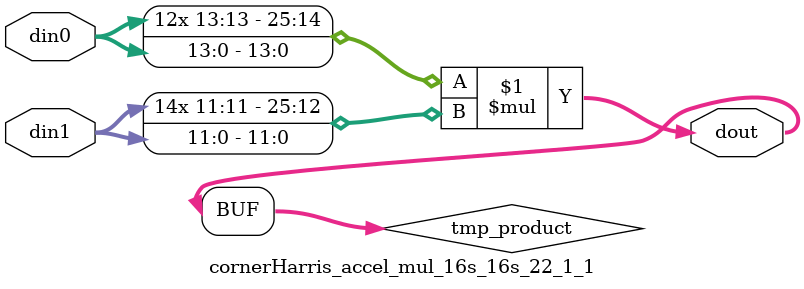
<source format=v>

`timescale 1 ns / 1 ps

  module cornerHarris_accel_mul_16s_16s_22_1_1(din0, din1, dout);
parameter ID = 1;
parameter NUM_STAGE = 0;
parameter din0_WIDTH = 14;
parameter din1_WIDTH = 12;
parameter dout_WIDTH = 26;

input [din0_WIDTH - 1 : 0] din0; 
input [din1_WIDTH - 1 : 0] din1; 
output [dout_WIDTH - 1 : 0] dout;

wire signed [dout_WIDTH - 1 : 0] tmp_product;













assign tmp_product = $signed(din0) * $signed(din1);








assign dout = tmp_product;







endmodule

</source>
